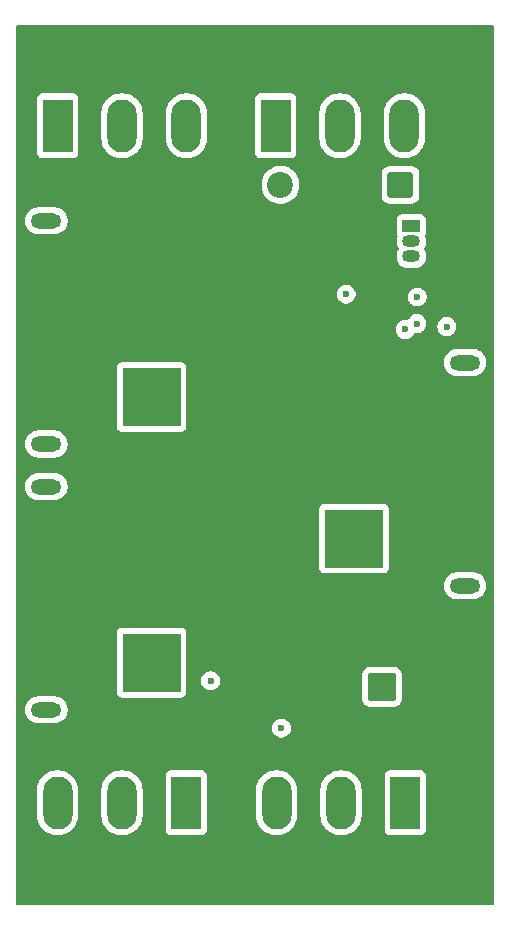
<source format=gbr>
%TF.GenerationSoftware,KiCad,Pcbnew,9.0.3*%
%TF.CreationDate,2025-12-08T06:40:44-06:00*%
%TF.ProjectId,Hotswap,486f7473-7761-4702-9e6b-696361645f70,rev?*%
%TF.SameCoordinates,Original*%
%TF.FileFunction,Copper,L2,Inr*%
%TF.FilePolarity,Positive*%
%FSLAX46Y46*%
G04 Gerber Fmt 4.6, Leading zero omitted, Abs format (unit mm)*
G04 Created by KiCad (PCBNEW 9.0.3) date 2025-12-08 06:40:44*
%MOMM*%
%LPD*%
G01*
G04 APERTURE LIST*
G04 Aperture macros list*
%AMRoundRect*
0 Rectangle with rounded corners*
0 $1 Rounding radius*
0 $2 $3 $4 $5 $6 $7 $8 $9 X,Y pos of 4 corners*
0 Add a 4 corners polygon primitive as box body*
4,1,4,$2,$3,$4,$5,$6,$7,$8,$9,$2,$3,0*
0 Add four circle primitives for the rounded corners*
1,1,$1+$1,$2,$3*
1,1,$1+$1,$4,$5*
1,1,$1+$1,$6,$7*
1,1,$1+$1,$8,$9*
0 Add four rect primitives between the rounded corners*
20,1,$1+$1,$2,$3,$4,$5,0*
20,1,$1+$1,$4,$5,$6,$7,0*
20,1,$1+$1,$6,$7,$8,$9,0*
20,1,$1+$1,$8,$9,$2,$3,0*%
G04 Aperture macros list end*
%TA.AperFunction,ComponentPad*%
%ADD10R,2.500000X4.500000*%
%TD*%
%TA.AperFunction,ComponentPad*%
%ADD11O,2.500000X4.500000*%
%TD*%
%TA.AperFunction,ComponentPad*%
%ADD12C,4.916000*%
%TD*%
%TA.AperFunction,ComponentPad*%
%ADD13O,2.600000X1.300000*%
%TD*%
%TA.AperFunction,ComponentPad*%
%ADD14R,4.916000X4.916000*%
%TD*%
%TA.AperFunction,ComponentPad*%
%ADD15R,1.500000X1.050000*%
%TD*%
%TA.AperFunction,ComponentPad*%
%ADD16O,1.500000X1.050000*%
%TD*%
%TA.AperFunction,ComponentPad*%
%ADD17RoundRect,0.250001X-0.949999X-0.949999X0.949999X-0.949999X0.949999X0.949999X-0.949999X0.949999X0*%
%TD*%
%TA.AperFunction,ComponentPad*%
%ADD18C,2.400000*%
%TD*%
%TA.AperFunction,ComponentPad*%
%ADD19RoundRect,0.249999X0.850001X0.850001X-0.850001X0.850001X-0.850001X-0.850001X0.850001X-0.850001X0*%
%TD*%
%TA.AperFunction,ComponentPad*%
%ADD20C,2.200000*%
%TD*%
%TA.AperFunction,ViaPad*%
%ADD21C,0.600000*%
%TD*%
G04 APERTURE END LIST*
D10*
%TO.N,Net-(Q2-G)*%
%TO.C,Q2*%
X59950000Y-84815000D03*
D11*
%TO.N,Net-(Q2-D)*%
X54500000Y-84815000D03*
%TO.N,Net-(J1-POS)*%
X49050000Y-84815000D03*
%TD*%
D10*
%TO.N,Net-(Q8-G)*%
%TO.C,Q8*%
X49050000Y-27500000D03*
D11*
%TO.N,Net-(Q8-D)*%
X54500000Y-27500000D03*
%TO.N,Net-(J2-POS)*%
X59950000Y-27500000D03*
%TD*%
D12*
%TO.N,GND*%
%TO.C,J1*%
X57000000Y-62050000D03*
D13*
%TO.N,unconnected-(J1-PadNC)*%
X48100000Y-58050000D03*
%TO.N,unconnected-(J1-PadNC)_1*%
X48100000Y-76950000D03*
D14*
%TO.N,Net-(J1-POS)*%
X57000000Y-72950000D03*
%TD*%
D12*
%TO.N,GND*%
%TO.C,J3*%
X74150000Y-51550000D03*
D13*
%TO.N,unconnected-(J3-PadNC)*%
X83550000Y-66450000D03*
%TO.N,unconnected-(J3-PadNC)_1*%
X83550000Y-47550000D03*
D14*
%TO.N,VBUS*%
X74150000Y-62450000D03*
%TD*%
D12*
%TO.N,GND*%
%TO.C,J2*%
X57000000Y-39550000D03*
D13*
%TO.N,unconnected-(J2-PadNC)*%
X48100000Y-35550000D03*
%TO.N,unconnected-(J2-PadNC)_1*%
X48100000Y-54450000D03*
D14*
%TO.N,Net-(J2-POS)*%
X57000000Y-50450000D03*
%TD*%
D10*
%TO.N,Net-(Q4-G)*%
%TO.C,Q4*%
X78500000Y-84815000D03*
D11*
%TO.N,Net-(Q2-D)*%
X73050000Y-84815000D03*
%TO.N,VBUS*%
X67600000Y-84815000D03*
%TD*%
D15*
%TO.N,Net-(D3-A)*%
%TO.C,Q11*%
X79000000Y-36000000D03*
D16*
%TO.N,Net-(D3-K)*%
X79000000Y-37270000D03*
%TO.N,Net-(Q11-C)*%
X79000000Y-38540000D03*
%TD*%
D17*
%TO.N,VBUS*%
%TO.C,C10*%
X76500000Y-75000000D03*
D18*
%TO.N,GND*%
X81500000Y-75000000D03*
%TD*%
D10*
%TO.N,Net-(D3-A)*%
%TO.C,Q9*%
X67500000Y-27500000D03*
D11*
%TO.N,Net-(Q8-D)*%
X72950000Y-27500000D03*
%TO.N,VBUS*%
X78400000Y-27500000D03*
%TD*%
D19*
%TO.N,Net-(D3-K)*%
%TO.C,D3*%
X78080000Y-32500000D03*
D20*
%TO.N,Net-(D3-A)*%
X67920000Y-32500000D03*
%TD*%
D21*
%TO.N,GND*%
X70500000Y-42500000D03*
X66000000Y-79000000D03*
X62000000Y-77000000D03*
X75562500Y-40337500D03*
%TO.N,Net-(J2-POS)*%
X79475000Y-44250000D03*
%TO.N,Net-(J1-POS)*%
X82000000Y-44500000D03*
X79500000Y-42000000D03*
%TO.N,VBUS*%
X73475000Y-41750000D03*
X68000000Y-78500000D03*
%TO.N,Net-(Q2-G)*%
X62000000Y-74500000D03*
%TO.N,Net-(Q8-G)*%
X78475000Y-44750000D03*
%TD*%
%TA.AperFunction,Conductor*%
%TO.N,GND*%
G36*
X85942539Y-19020185D02*
G01*
X85988294Y-19072989D01*
X85999500Y-19124500D01*
X85999500Y-93375500D01*
X85979815Y-93442539D01*
X85927011Y-93488294D01*
X85875500Y-93499500D01*
X45624500Y-93499500D01*
X45557461Y-93479815D01*
X45511706Y-93427011D01*
X45500500Y-93375500D01*
X45500500Y-83700258D01*
X47299500Y-83700258D01*
X47299500Y-85929741D01*
X47324446Y-86119215D01*
X47329452Y-86157238D01*
X47329453Y-86157240D01*
X47388842Y-86378887D01*
X47476650Y-86590876D01*
X47476657Y-86590890D01*
X47591392Y-86789617D01*
X47731081Y-86971661D01*
X47731089Y-86971670D01*
X47893330Y-87133911D01*
X47893338Y-87133918D01*
X48075382Y-87273607D01*
X48075385Y-87273608D01*
X48075388Y-87273611D01*
X48274112Y-87388344D01*
X48274117Y-87388346D01*
X48274123Y-87388349D01*
X48356678Y-87422544D01*
X48486113Y-87476158D01*
X48707762Y-87535548D01*
X48924312Y-87564057D01*
X48935250Y-87565498D01*
X48935266Y-87565500D01*
X48935273Y-87565500D01*
X49164727Y-87565500D01*
X49164734Y-87565500D01*
X49392238Y-87535548D01*
X49613887Y-87476158D01*
X49825888Y-87388344D01*
X50024612Y-87273611D01*
X50206661Y-87133919D01*
X50206665Y-87133914D01*
X50206670Y-87133911D01*
X50368911Y-86971670D01*
X50368914Y-86971665D01*
X50368919Y-86971661D01*
X50508611Y-86789612D01*
X50623344Y-86590888D01*
X50711158Y-86378887D01*
X50770548Y-86157238D01*
X50800500Y-85929734D01*
X50800500Y-83700266D01*
X50800499Y-83700258D01*
X52749500Y-83700258D01*
X52749500Y-85929741D01*
X52774446Y-86119215D01*
X52779452Y-86157238D01*
X52779453Y-86157240D01*
X52838842Y-86378887D01*
X52926650Y-86590876D01*
X52926657Y-86590890D01*
X53041392Y-86789617D01*
X53181081Y-86971661D01*
X53181089Y-86971670D01*
X53343330Y-87133911D01*
X53343338Y-87133918D01*
X53525382Y-87273607D01*
X53525385Y-87273608D01*
X53525388Y-87273611D01*
X53724112Y-87388344D01*
X53724117Y-87388346D01*
X53724123Y-87388349D01*
X53806678Y-87422544D01*
X53936113Y-87476158D01*
X54157762Y-87535548D01*
X54374312Y-87564057D01*
X54385250Y-87565498D01*
X54385266Y-87565500D01*
X54385273Y-87565500D01*
X54614727Y-87565500D01*
X54614734Y-87565500D01*
X54842238Y-87535548D01*
X55063887Y-87476158D01*
X55275888Y-87388344D01*
X55474612Y-87273611D01*
X55656661Y-87133919D01*
X55656665Y-87133914D01*
X55656670Y-87133911D01*
X55818911Y-86971670D01*
X55818914Y-86971665D01*
X55818919Y-86971661D01*
X55958611Y-86789612D01*
X56073344Y-86590888D01*
X56161158Y-86378887D01*
X56220548Y-86157238D01*
X56250500Y-85929734D01*
X56250500Y-83700266D01*
X56220548Y-83472762D01*
X56161158Y-83251113D01*
X56073344Y-83039112D01*
X55958611Y-82840388D01*
X55958608Y-82840385D01*
X55958607Y-82840382D01*
X55818918Y-82658338D01*
X55818911Y-82658330D01*
X55677716Y-82517135D01*
X58199500Y-82517135D01*
X58199500Y-87112870D01*
X58199501Y-87112876D01*
X58205908Y-87172483D01*
X58256202Y-87307328D01*
X58256206Y-87307335D01*
X58342452Y-87422544D01*
X58342455Y-87422547D01*
X58457664Y-87508793D01*
X58457671Y-87508797D01*
X58592517Y-87559091D01*
X58592516Y-87559091D01*
X58599444Y-87559835D01*
X58652127Y-87565500D01*
X61247872Y-87565499D01*
X61307483Y-87559091D01*
X61442331Y-87508796D01*
X61557546Y-87422546D01*
X61643796Y-87307331D01*
X61694091Y-87172483D01*
X61700500Y-87112873D01*
X61700499Y-83700258D01*
X65849500Y-83700258D01*
X65849500Y-85929741D01*
X65874446Y-86119215D01*
X65879452Y-86157238D01*
X65879453Y-86157240D01*
X65938842Y-86378887D01*
X66026650Y-86590876D01*
X66026657Y-86590890D01*
X66141392Y-86789617D01*
X66281081Y-86971661D01*
X66281089Y-86971670D01*
X66443330Y-87133911D01*
X66443338Y-87133918D01*
X66625382Y-87273607D01*
X66625385Y-87273608D01*
X66625388Y-87273611D01*
X66824112Y-87388344D01*
X66824117Y-87388346D01*
X66824123Y-87388349D01*
X66906678Y-87422544D01*
X67036113Y-87476158D01*
X67257762Y-87535548D01*
X67474312Y-87564057D01*
X67485250Y-87565498D01*
X67485266Y-87565500D01*
X67485273Y-87565500D01*
X67714727Y-87565500D01*
X67714734Y-87565500D01*
X67942238Y-87535548D01*
X68163887Y-87476158D01*
X68375888Y-87388344D01*
X68574612Y-87273611D01*
X68756661Y-87133919D01*
X68756665Y-87133914D01*
X68756670Y-87133911D01*
X68918911Y-86971670D01*
X68918914Y-86971665D01*
X68918919Y-86971661D01*
X69058611Y-86789612D01*
X69173344Y-86590888D01*
X69261158Y-86378887D01*
X69320548Y-86157238D01*
X69350500Y-85929734D01*
X69350500Y-83700266D01*
X69350499Y-83700258D01*
X71299500Y-83700258D01*
X71299500Y-85929741D01*
X71324446Y-86119215D01*
X71329452Y-86157238D01*
X71329453Y-86157240D01*
X71388842Y-86378887D01*
X71476650Y-86590876D01*
X71476657Y-86590890D01*
X71591392Y-86789617D01*
X71731081Y-86971661D01*
X71731089Y-86971670D01*
X71893330Y-87133911D01*
X71893338Y-87133918D01*
X72075382Y-87273607D01*
X72075385Y-87273608D01*
X72075388Y-87273611D01*
X72274112Y-87388344D01*
X72274117Y-87388346D01*
X72274123Y-87388349D01*
X72356678Y-87422544D01*
X72486113Y-87476158D01*
X72707762Y-87535548D01*
X72924312Y-87564057D01*
X72935250Y-87565498D01*
X72935266Y-87565500D01*
X72935273Y-87565500D01*
X73164727Y-87565500D01*
X73164734Y-87565500D01*
X73392238Y-87535548D01*
X73613887Y-87476158D01*
X73825888Y-87388344D01*
X74024612Y-87273611D01*
X74206661Y-87133919D01*
X74206665Y-87133914D01*
X74206670Y-87133911D01*
X74368911Y-86971670D01*
X74368914Y-86971665D01*
X74368919Y-86971661D01*
X74508611Y-86789612D01*
X74623344Y-86590888D01*
X74711158Y-86378887D01*
X74770548Y-86157238D01*
X74800500Y-85929734D01*
X74800500Y-83700266D01*
X74770548Y-83472762D01*
X74711158Y-83251113D01*
X74623344Y-83039112D01*
X74508611Y-82840388D01*
X74508608Y-82840385D01*
X74508607Y-82840382D01*
X74368918Y-82658338D01*
X74368911Y-82658330D01*
X74227716Y-82517135D01*
X76749500Y-82517135D01*
X76749500Y-87112870D01*
X76749501Y-87112876D01*
X76755908Y-87172483D01*
X76806202Y-87307328D01*
X76806206Y-87307335D01*
X76892452Y-87422544D01*
X76892455Y-87422547D01*
X77007664Y-87508793D01*
X77007671Y-87508797D01*
X77142517Y-87559091D01*
X77142516Y-87559091D01*
X77149444Y-87559835D01*
X77202127Y-87565500D01*
X79797872Y-87565499D01*
X79857483Y-87559091D01*
X79992331Y-87508796D01*
X80107546Y-87422546D01*
X80193796Y-87307331D01*
X80244091Y-87172483D01*
X80250500Y-87112873D01*
X80250499Y-82517128D01*
X80244091Y-82457517D01*
X80193796Y-82322669D01*
X80193795Y-82322668D01*
X80193793Y-82322664D01*
X80107547Y-82207455D01*
X80107544Y-82207452D01*
X79992335Y-82121206D01*
X79992328Y-82121202D01*
X79857482Y-82070908D01*
X79857483Y-82070908D01*
X79797883Y-82064501D01*
X79797881Y-82064500D01*
X79797873Y-82064500D01*
X79797864Y-82064500D01*
X77202129Y-82064500D01*
X77202123Y-82064501D01*
X77142516Y-82070908D01*
X77007671Y-82121202D01*
X77007664Y-82121206D01*
X76892455Y-82207452D01*
X76892452Y-82207455D01*
X76806206Y-82322664D01*
X76806202Y-82322671D01*
X76755908Y-82457517D01*
X76749501Y-82517116D01*
X76749501Y-82517123D01*
X76749500Y-82517135D01*
X74227716Y-82517135D01*
X74206670Y-82496089D01*
X74206661Y-82496081D01*
X74024617Y-82356392D01*
X73966210Y-82322671D01*
X73825888Y-82241656D01*
X73825876Y-82241650D01*
X73613887Y-82153842D01*
X73392238Y-82094452D01*
X73354215Y-82089446D01*
X73164741Y-82064500D01*
X73164734Y-82064500D01*
X72935266Y-82064500D01*
X72935258Y-82064500D01*
X72718715Y-82093009D01*
X72707762Y-82094452D01*
X72614076Y-82119554D01*
X72486112Y-82153842D01*
X72274123Y-82241650D01*
X72274109Y-82241657D01*
X72075382Y-82356392D01*
X71893338Y-82496081D01*
X71731081Y-82658338D01*
X71591392Y-82840382D01*
X71476657Y-83039109D01*
X71476650Y-83039123D01*
X71388842Y-83251112D01*
X71329453Y-83472759D01*
X71329451Y-83472770D01*
X71299500Y-83700258D01*
X69350499Y-83700258D01*
X69320548Y-83472762D01*
X69261158Y-83251113D01*
X69173344Y-83039112D01*
X69058611Y-82840388D01*
X69058608Y-82840385D01*
X69058607Y-82840382D01*
X68918918Y-82658338D01*
X68918911Y-82658330D01*
X68756670Y-82496089D01*
X68756661Y-82496081D01*
X68574617Y-82356392D01*
X68516210Y-82322671D01*
X68375888Y-82241656D01*
X68375876Y-82241650D01*
X68163887Y-82153842D01*
X67942238Y-82094452D01*
X67904215Y-82089446D01*
X67714741Y-82064500D01*
X67714734Y-82064500D01*
X67485266Y-82064500D01*
X67485258Y-82064500D01*
X67268715Y-82093009D01*
X67257762Y-82094452D01*
X67164076Y-82119554D01*
X67036112Y-82153842D01*
X66824123Y-82241650D01*
X66824109Y-82241657D01*
X66625382Y-82356392D01*
X66443338Y-82496081D01*
X66281081Y-82658338D01*
X66141392Y-82840382D01*
X66026657Y-83039109D01*
X66026650Y-83039123D01*
X65938842Y-83251112D01*
X65879453Y-83472759D01*
X65879451Y-83472770D01*
X65849500Y-83700258D01*
X61700499Y-83700258D01*
X61700499Y-82517128D01*
X61694091Y-82457517D01*
X61643796Y-82322669D01*
X61643795Y-82322668D01*
X61643793Y-82322664D01*
X61557547Y-82207455D01*
X61557544Y-82207452D01*
X61442335Y-82121206D01*
X61442328Y-82121202D01*
X61307482Y-82070908D01*
X61307483Y-82070908D01*
X61247883Y-82064501D01*
X61247881Y-82064500D01*
X61247873Y-82064500D01*
X61247864Y-82064500D01*
X58652129Y-82064500D01*
X58652123Y-82064501D01*
X58592516Y-82070908D01*
X58457671Y-82121202D01*
X58457664Y-82121206D01*
X58342455Y-82207452D01*
X58342452Y-82207455D01*
X58256206Y-82322664D01*
X58256202Y-82322671D01*
X58205908Y-82457517D01*
X58199501Y-82517116D01*
X58199501Y-82517123D01*
X58199500Y-82517135D01*
X55677716Y-82517135D01*
X55656670Y-82496089D01*
X55656661Y-82496081D01*
X55474617Y-82356392D01*
X55416210Y-82322671D01*
X55275888Y-82241656D01*
X55275876Y-82241650D01*
X55063887Y-82153842D01*
X54842238Y-82094452D01*
X54804215Y-82089446D01*
X54614741Y-82064500D01*
X54614734Y-82064500D01*
X54385266Y-82064500D01*
X54385258Y-82064500D01*
X54168715Y-82093009D01*
X54157762Y-82094452D01*
X54064076Y-82119554D01*
X53936112Y-82153842D01*
X53724123Y-82241650D01*
X53724109Y-82241657D01*
X53525382Y-82356392D01*
X53343338Y-82496081D01*
X53181081Y-82658338D01*
X53041392Y-82840382D01*
X52926657Y-83039109D01*
X52926650Y-83039123D01*
X52838842Y-83251112D01*
X52779453Y-83472759D01*
X52779451Y-83472770D01*
X52749500Y-83700258D01*
X50800499Y-83700258D01*
X50770548Y-83472762D01*
X50711158Y-83251113D01*
X50623344Y-83039112D01*
X50508611Y-82840388D01*
X50508608Y-82840385D01*
X50508607Y-82840382D01*
X50368918Y-82658338D01*
X50368911Y-82658330D01*
X50206670Y-82496089D01*
X50206661Y-82496081D01*
X50024617Y-82356392D01*
X49966210Y-82322671D01*
X49825888Y-82241656D01*
X49825876Y-82241650D01*
X49613887Y-82153842D01*
X49392238Y-82094452D01*
X49354215Y-82089446D01*
X49164741Y-82064500D01*
X49164734Y-82064500D01*
X48935266Y-82064500D01*
X48935258Y-82064500D01*
X48718715Y-82093009D01*
X48707762Y-82094452D01*
X48614076Y-82119554D01*
X48486112Y-82153842D01*
X48274123Y-82241650D01*
X48274109Y-82241657D01*
X48075382Y-82356392D01*
X47893338Y-82496081D01*
X47731081Y-82658338D01*
X47591392Y-82840382D01*
X47476657Y-83039109D01*
X47476650Y-83039123D01*
X47388842Y-83251112D01*
X47329453Y-83472759D01*
X47329451Y-83472770D01*
X47299500Y-83700258D01*
X45500500Y-83700258D01*
X45500500Y-78421153D01*
X67199500Y-78421153D01*
X67199500Y-78578846D01*
X67230261Y-78733489D01*
X67230264Y-78733501D01*
X67290602Y-78879172D01*
X67290609Y-78879185D01*
X67378210Y-79010288D01*
X67378213Y-79010292D01*
X67489707Y-79121786D01*
X67489711Y-79121789D01*
X67620814Y-79209390D01*
X67620827Y-79209397D01*
X67766498Y-79269735D01*
X67766503Y-79269737D01*
X67921153Y-79300499D01*
X67921156Y-79300500D01*
X67921158Y-79300500D01*
X68078844Y-79300500D01*
X68078845Y-79300499D01*
X68233497Y-79269737D01*
X68379179Y-79209394D01*
X68510289Y-79121789D01*
X68621789Y-79010289D01*
X68709394Y-78879179D01*
X68769737Y-78733497D01*
X68800500Y-78578842D01*
X68800500Y-78421158D01*
X68800500Y-78421155D01*
X68800499Y-78421153D01*
X68769738Y-78266510D01*
X68769737Y-78266503D01*
X68769735Y-78266498D01*
X68709397Y-78120827D01*
X68709390Y-78120814D01*
X68621789Y-77989711D01*
X68621786Y-77989707D01*
X68510292Y-77878213D01*
X68510288Y-77878210D01*
X68379185Y-77790609D01*
X68379172Y-77790602D01*
X68233501Y-77730264D01*
X68233489Y-77730261D01*
X68078845Y-77699500D01*
X68078842Y-77699500D01*
X67921158Y-77699500D01*
X67921155Y-77699500D01*
X67766510Y-77730261D01*
X67766498Y-77730264D01*
X67620827Y-77790602D01*
X67620814Y-77790609D01*
X67489711Y-77878210D01*
X67489707Y-77878213D01*
X67378213Y-77989707D01*
X67378210Y-77989711D01*
X67290609Y-78120814D01*
X67290602Y-78120827D01*
X67230264Y-78266498D01*
X67230261Y-78266510D01*
X67199500Y-78421153D01*
X45500500Y-78421153D01*
X45500500Y-76859448D01*
X46299500Y-76859448D01*
X46299500Y-77040551D01*
X46327829Y-77219410D01*
X46383787Y-77391636D01*
X46383788Y-77391639D01*
X46466006Y-77552997D01*
X46572441Y-77699494D01*
X46572445Y-77699499D01*
X46700500Y-77827554D01*
X46700505Y-77827558D01*
X46828287Y-77920396D01*
X46847006Y-77933996D01*
X46952484Y-77987740D01*
X47008360Y-78016211D01*
X47008363Y-78016212D01*
X47094476Y-78044191D01*
X47180591Y-78072171D01*
X47263429Y-78085291D01*
X47359449Y-78100500D01*
X47359454Y-78100500D01*
X48840551Y-78100500D01*
X48927259Y-78086765D01*
X49019409Y-78072171D01*
X49191639Y-78016211D01*
X49352994Y-77933996D01*
X49499501Y-77827553D01*
X49627553Y-77699501D01*
X49733996Y-77552994D01*
X49816211Y-77391639D01*
X49872171Y-77219409D01*
X49886765Y-77127259D01*
X49900500Y-77040551D01*
X49900500Y-76859448D01*
X49875324Y-76700499D01*
X49872171Y-76680591D01*
X49844191Y-76594476D01*
X49816212Y-76508363D01*
X49816211Y-76508360D01*
X49770501Y-76418651D01*
X49733996Y-76347006D01*
X49720396Y-76328287D01*
X49627558Y-76200505D01*
X49627554Y-76200500D01*
X49499499Y-76072445D01*
X49499494Y-76072441D01*
X49352997Y-75966006D01*
X49352996Y-75966005D01*
X49352994Y-75966004D01*
X49301300Y-75939664D01*
X49191639Y-75883788D01*
X49191636Y-75883787D01*
X49019410Y-75827829D01*
X48840551Y-75799500D01*
X48840546Y-75799500D01*
X47359454Y-75799500D01*
X47359449Y-75799500D01*
X47180589Y-75827829D01*
X47008363Y-75883787D01*
X47008360Y-75883788D01*
X46847002Y-75966006D01*
X46700505Y-76072441D01*
X46700500Y-76072445D01*
X46572445Y-76200500D01*
X46572441Y-76200505D01*
X46466006Y-76347002D01*
X46383788Y-76508360D01*
X46383787Y-76508363D01*
X46327829Y-76680589D01*
X46299500Y-76859448D01*
X45500500Y-76859448D01*
X45500500Y-70444135D01*
X54041500Y-70444135D01*
X54041500Y-75455870D01*
X54041501Y-75455876D01*
X54047908Y-75515483D01*
X54098202Y-75650328D01*
X54098206Y-75650335D01*
X54184452Y-75765544D01*
X54184455Y-75765547D01*
X54299664Y-75851793D01*
X54299671Y-75851797D01*
X54434517Y-75902091D01*
X54434516Y-75902091D01*
X54441444Y-75902835D01*
X54494127Y-75908500D01*
X59505872Y-75908499D01*
X59565483Y-75902091D01*
X59700331Y-75851796D01*
X59815546Y-75765546D01*
X59901796Y-75650331D01*
X59952091Y-75515483D01*
X59958500Y-75455873D01*
X59958500Y-74421153D01*
X61199500Y-74421153D01*
X61199500Y-74578846D01*
X61230261Y-74733489D01*
X61230264Y-74733501D01*
X61290602Y-74879172D01*
X61290609Y-74879185D01*
X61378210Y-75010288D01*
X61378213Y-75010292D01*
X61489707Y-75121786D01*
X61489711Y-75121789D01*
X61620814Y-75209390D01*
X61620827Y-75209397D01*
X61766498Y-75269735D01*
X61766503Y-75269737D01*
X61921153Y-75300499D01*
X61921156Y-75300500D01*
X61921158Y-75300500D01*
X62078844Y-75300500D01*
X62078845Y-75300499D01*
X62233497Y-75269737D01*
X62379179Y-75209394D01*
X62510289Y-75121789D01*
X62621789Y-75010289D01*
X62709394Y-74879179D01*
X62769737Y-74733497D01*
X62800500Y-74578842D01*
X62800500Y-74421158D01*
X62800500Y-74421155D01*
X62800499Y-74421153D01*
X62769738Y-74266510D01*
X62769737Y-74266503D01*
X62769735Y-74266498D01*
X62709397Y-74120827D01*
X62709390Y-74120814D01*
X62672581Y-74065726D01*
X62628653Y-73999984D01*
X74799500Y-73999984D01*
X74799500Y-76000015D01*
X74810000Y-76102795D01*
X74810001Y-76102796D01*
X74865186Y-76269335D01*
X74865187Y-76269337D01*
X74957286Y-76418651D01*
X74957289Y-76418655D01*
X75081344Y-76542710D01*
X75081348Y-76542713D01*
X75230662Y-76634812D01*
X75230664Y-76634813D01*
X75230666Y-76634814D01*
X75397203Y-76689999D01*
X75499992Y-76700500D01*
X75499997Y-76700500D01*
X77500003Y-76700500D01*
X77500008Y-76700500D01*
X77602797Y-76689999D01*
X77769334Y-76634814D01*
X77918655Y-76542711D01*
X78042711Y-76418655D01*
X78134814Y-76269334D01*
X78189999Y-76102797D01*
X78200500Y-76000008D01*
X78200500Y-73999992D01*
X78189999Y-73897203D01*
X78134814Y-73730666D01*
X78134566Y-73730264D01*
X78042713Y-73581348D01*
X78042710Y-73581344D01*
X77918655Y-73457289D01*
X77918651Y-73457286D01*
X77769337Y-73365187D01*
X77769335Y-73365186D01*
X77686065Y-73337593D01*
X77602797Y-73310001D01*
X77602795Y-73310000D01*
X77500015Y-73299500D01*
X77500008Y-73299500D01*
X75499992Y-73299500D01*
X75499984Y-73299500D01*
X75397204Y-73310000D01*
X75397203Y-73310001D01*
X75230664Y-73365186D01*
X75230662Y-73365187D01*
X75081348Y-73457286D01*
X75081344Y-73457289D01*
X74957289Y-73581344D01*
X74957286Y-73581348D01*
X74865187Y-73730662D01*
X74865186Y-73730664D01*
X74810001Y-73897203D01*
X74810000Y-73897204D01*
X74799500Y-73999984D01*
X62628653Y-73999984D01*
X62621789Y-73989711D01*
X62621786Y-73989707D01*
X62510292Y-73878213D01*
X62510288Y-73878210D01*
X62379185Y-73790609D01*
X62379172Y-73790602D01*
X62233501Y-73730264D01*
X62233489Y-73730261D01*
X62078845Y-73699500D01*
X62078842Y-73699500D01*
X61921158Y-73699500D01*
X61921155Y-73699500D01*
X61766510Y-73730261D01*
X61766498Y-73730264D01*
X61620827Y-73790602D01*
X61620814Y-73790609D01*
X61489711Y-73878210D01*
X61489707Y-73878213D01*
X61378213Y-73989707D01*
X61378210Y-73989711D01*
X61290609Y-74120814D01*
X61290602Y-74120827D01*
X61230264Y-74266498D01*
X61230261Y-74266510D01*
X61199500Y-74421153D01*
X59958500Y-74421153D01*
X59958499Y-70444128D01*
X59952091Y-70384517D01*
X59901796Y-70249669D01*
X59901795Y-70249668D01*
X59901793Y-70249664D01*
X59815547Y-70134455D01*
X59815544Y-70134452D01*
X59700335Y-70048206D01*
X59700328Y-70048202D01*
X59565482Y-69997908D01*
X59565483Y-69997908D01*
X59505883Y-69991501D01*
X59505881Y-69991500D01*
X59505873Y-69991500D01*
X59505864Y-69991500D01*
X54494129Y-69991500D01*
X54494123Y-69991501D01*
X54434516Y-69997908D01*
X54299671Y-70048202D01*
X54299664Y-70048206D01*
X54184455Y-70134452D01*
X54184452Y-70134455D01*
X54098206Y-70249664D01*
X54098202Y-70249671D01*
X54047908Y-70384517D01*
X54041501Y-70444116D01*
X54041501Y-70444123D01*
X54041500Y-70444135D01*
X45500500Y-70444135D01*
X45500500Y-66359448D01*
X81749500Y-66359448D01*
X81749500Y-66540551D01*
X81777829Y-66719410D01*
X81833787Y-66891636D01*
X81833788Y-66891639D01*
X81916006Y-67052997D01*
X82022441Y-67199494D01*
X82022445Y-67199499D01*
X82150500Y-67327554D01*
X82150505Y-67327558D01*
X82278287Y-67420396D01*
X82297006Y-67433996D01*
X82402484Y-67487740D01*
X82458360Y-67516211D01*
X82458363Y-67516212D01*
X82544476Y-67544191D01*
X82630591Y-67572171D01*
X82713429Y-67585291D01*
X82809449Y-67600500D01*
X82809454Y-67600500D01*
X84290551Y-67600500D01*
X84377259Y-67586765D01*
X84469409Y-67572171D01*
X84641639Y-67516211D01*
X84802994Y-67433996D01*
X84949501Y-67327553D01*
X85077553Y-67199501D01*
X85183996Y-67052994D01*
X85266211Y-66891639D01*
X85322171Y-66719409D01*
X85336765Y-66627259D01*
X85350500Y-66540551D01*
X85350500Y-66359448D01*
X85334019Y-66255397D01*
X85322171Y-66180591D01*
X85266211Y-66008361D01*
X85266211Y-66008360D01*
X85237740Y-65952484D01*
X85183996Y-65847006D01*
X85170396Y-65828287D01*
X85077558Y-65700505D01*
X85077554Y-65700500D01*
X84949499Y-65572445D01*
X84949494Y-65572441D01*
X84802997Y-65466006D01*
X84802996Y-65466005D01*
X84802994Y-65466004D01*
X84751300Y-65439664D01*
X84641639Y-65383788D01*
X84641636Y-65383787D01*
X84469410Y-65327829D01*
X84290551Y-65299500D01*
X84290546Y-65299500D01*
X82809454Y-65299500D01*
X82809449Y-65299500D01*
X82630589Y-65327829D01*
X82458363Y-65383787D01*
X82458360Y-65383788D01*
X82297002Y-65466006D01*
X82150505Y-65572441D01*
X82150500Y-65572445D01*
X82022445Y-65700500D01*
X82022441Y-65700505D01*
X81916006Y-65847002D01*
X81833788Y-66008360D01*
X81833787Y-66008363D01*
X81777829Y-66180589D01*
X81749500Y-66359448D01*
X45500500Y-66359448D01*
X45500500Y-59944135D01*
X71191500Y-59944135D01*
X71191500Y-64955870D01*
X71191501Y-64955876D01*
X71197908Y-65015483D01*
X71248202Y-65150328D01*
X71248206Y-65150335D01*
X71334452Y-65265544D01*
X71334455Y-65265547D01*
X71449664Y-65351793D01*
X71449671Y-65351797D01*
X71584517Y-65402091D01*
X71584516Y-65402091D01*
X71591444Y-65402835D01*
X71644127Y-65408500D01*
X76655872Y-65408499D01*
X76715483Y-65402091D01*
X76850331Y-65351796D01*
X76965546Y-65265546D01*
X77051796Y-65150331D01*
X77102091Y-65015483D01*
X77108500Y-64955873D01*
X77108499Y-59944128D01*
X77102091Y-59884517D01*
X77051796Y-59749669D01*
X77051795Y-59749668D01*
X77051793Y-59749664D01*
X76965547Y-59634455D01*
X76965544Y-59634452D01*
X76850335Y-59548206D01*
X76850328Y-59548202D01*
X76715482Y-59497908D01*
X76715483Y-59497908D01*
X76655883Y-59491501D01*
X76655881Y-59491500D01*
X76655873Y-59491500D01*
X76655864Y-59491500D01*
X71644129Y-59491500D01*
X71644123Y-59491501D01*
X71584516Y-59497908D01*
X71449671Y-59548202D01*
X71449664Y-59548206D01*
X71334455Y-59634452D01*
X71334452Y-59634455D01*
X71248206Y-59749664D01*
X71248202Y-59749671D01*
X71197908Y-59884517D01*
X71191501Y-59944116D01*
X71191501Y-59944123D01*
X71191500Y-59944135D01*
X45500500Y-59944135D01*
X45500500Y-57959448D01*
X46299500Y-57959448D01*
X46299500Y-58140551D01*
X46327829Y-58319410D01*
X46383787Y-58491636D01*
X46383788Y-58491639D01*
X46466006Y-58652997D01*
X46572441Y-58799494D01*
X46572445Y-58799499D01*
X46700500Y-58927554D01*
X46700505Y-58927558D01*
X46828287Y-59020396D01*
X46847006Y-59033996D01*
X46952484Y-59087740D01*
X47008360Y-59116211D01*
X47008363Y-59116212D01*
X47094476Y-59144191D01*
X47180591Y-59172171D01*
X47263429Y-59185291D01*
X47359449Y-59200500D01*
X47359454Y-59200500D01*
X48840551Y-59200500D01*
X48927259Y-59186765D01*
X49019409Y-59172171D01*
X49191639Y-59116211D01*
X49352994Y-59033996D01*
X49499501Y-58927553D01*
X49627553Y-58799501D01*
X49733996Y-58652994D01*
X49816211Y-58491639D01*
X49872171Y-58319409D01*
X49886765Y-58227259D01*
X49900500Y-58140551D01*
X49900500Y-57959448D01*
X49884019Y-57855397D01*
X49872171Y-57780591D01*
X49816211Y-57608361D01*
X49816211Y-57608360D01*
X49787740Y-57552484D01*
X49733996Y-57447006D01*
X49720396Y-57428287D01*
X49627558Y-57300505D01*
X49627554Y-57300500D01*
X49499499Y-57172445D01*
X49499494Y-57172441D01*
X49352997Y-57066006D01*
X49352996Y-57066005D01*
X49352994Y-57066004D01*
X49301300Y-57039664D01*
X49191639Y-56983788D01*
X49191636Y-56983787D01*
X49019410Y-56927829D01*
X48840551Y-56899500D01*
X48840546Y-56899500D01*
X47359454Y-56899500D01*
X47359449Y-56899500D01*
X47180589Y-56927829D01*
X47008363Y-56983787D01*
X47008360Y-56983788D01*
X46847002Y-57066006D01*
X46700505Y-57172441D01*
X46700500Y-57172445D01*
X46572445Y-57300500D01*
X46572441Y-57300505D01*
X46466006Y-57447002D01*
X46383788Y-57608360D01*
X46383787Y-57608363D01*
X46327829Y-57780589D01*
X46299500Y-57959448D01*
X45500500Y-57959448D01*
X45500500Y-54359448D01*
X46299500Y-54359448D01*
X46299500Y-54540551D01*
X46327829Y-54719410D01*
X46383787Y-54891636D01*
X46383788Y-54891639D01*
X46466006Y-55052997D01*
X46572441Y-55199494D01*
X46572445Y-55199499D01*
X46700500Y-55327554D01*
X46700505Y-55327558D01*
X46828287Y-55420396D01*
X46847006Y-55433996D01*
X46952484Y-55487740D01*
X47008360Y-55516211D01*
X47008363Y-55516212D01*
X47094476Y-55544191D01*
X47180591Y-55572171D01*
X47263429Y-55585291D01*
X47359449Y-55600500D01*
X47359454Y-55600500D01*
X48840551Y-55600500D01*
X48927259Y-55586765D01*
X49019409Y-55572171D01*
X49191639Y-55516211D01*
X49352994Y-55433996D01*
X49499501Y-55327553D01*
X49627553Y-55199501D01*
X49733996Y-55052994D01*
X49816211Y-54891639D01*
X49872171Y-54719409D01*
X49886765Y-54627259D01*
X49900500Y-54540551D01*
X49900500Y-54359448D01*
X49884019Y-54255397D01*
X49872171Y-54180591D01*
X49816211Y-54008361D01*
X49816211Y-54008360D01*
X49787740Y-53952484D01*
X49733996Y-53847006D01*
X49720396Y-53828287D01*
X49627558Y-53700505D01*
X49627554Y-53700500D01*
X49499499Y-53572445D01*
X49499494Y-53572441D01*
X49352997Y-53466006D01*
X49352996Y-53466005D01*
X49352994Y-53466004D01*
X49301300Y-53439664D01*
X49191639Y-53383788D01*
X49191636Y-53383787D01*
X49019410Y-53327829D01*
X48840551Y-53299500D01*
X48840546Y-53299500D01*
X47359454Y-53299500D01*
X47359449Y-53299500D01*
X47180589Y-53327829D01*
X47008363Y-53383787D01*
X47008360Y-53383788D01*
X46847002Y-53466006D01*
X46700505Y-53572441D01*
X46700500Y-53572445D01*
X46572445Y-53700500D01*
X46572441Y-53700505D01*
X46466006Y-53847002D01*
X46383788Y-54008360D01*
X46383787Y-54008363D01*
X46327829Y-54180589D01*
X46299500Y-54359448D01*
X45500500Y-54359448D01*
X45500500Y-47944135D01*
X54041500Y-47944135D01*
X54041500Y-52955870D01*
X54041501Y-52955876D01*
X54047908Y-53015483D01*
X54098202Y-53150328D01*
X54098206Y-53150335D01*
X54184452Y-53265544D01*
X54184455Y-53265547D01*
X54299664Y-53351793D01*
X54299671Y-53351797D01*
X54434517Y-53402091D01*
X54434516Y-53402091D01*
X54441444Y-53402835D01*
X54494127Y-53408500D01*
X59505872Y-53408499D01*
X59565483Y-53402091D01*
X59700331Y-53351796D01*
X59815546Y-53265546D01*
X59901796Y-53150331D01*
X59952091Y-53015483D01*
X59958500Y-52955873D01*
X59958499Y-47944128D01*
X59952091Y-47884517D01*
X59927807Y-47819409D01*
X59901797Y-47749671D01*
X59901793Y-47749664D01*
X59815547Y-47634455D01*
X59707871Y-47553848D01*
X59707870Y-47553846D01*
X59700335Y-47548206D01*
X59700328Y-47548202D01*
X59565482Y-47497908D01*
X59565483Y-47497908D01*
X59505883Y-47491501D01*
X59505881Y-47491500D01*
X59505873Y-47491500D01*
X59505864Y-47491500D01*
X54494129Y-47491500D01*
X54494123Y-47491501D01*
X54434516Y-47497908D01*
X54299671Y-47548202D01*
X54299664Y-47548206D01*
X54184455Y-47634452D01*
X54184452Y-47634455D01*
X54098206Y-47749664D01*
X54098202Y-47749671D01*
X54047908Y-47884517D01*
X54041501Y-47944116D01*
X54041501Y-47944123D01*
X54041500Y-47944135D01*
X45500500Y-47944135D01*
X45500500Y-47459448D01*
X81749500Y-47459448D01*
X81749500Y-47640551D01*
X81777829Y-47819410D01*
X81833787Y-47991636D01*
X81833788Y-47991639D01*
X81916006Y-48152997D01*
X82022441Y-48299494D01*
X82022445Y-48299499D01*
X82150500Y-48427554D01*
X82150505Y-48427558D01*
X82278287Y-48520396D01*
X82297006Y-48533996D01*
X82402484Y-48587740D01*
X82458360Y-48616211D01*
X82458363Y-48616212D01*
X82544476Y-48644191D01*
X82630591Y-48672171D01*
X82713429Y-48685291D01*
X82809449Y-48700500D01*
X82809454Y-48700500D01*
X84290551Y-48700500D01*
X84377259Y-48686765D01*
X84469409Y-48672171D01*
X84641639Y-48616211D01*
X84802994Y-48533996D01*
X84949501Y-48427553D01*
X85077553Y-48299501D01*
X85183996Y-48152994D01*
X85266211Y-47991639D01*
X85322171Y-47819409D01*
X85336765Y-47727259D01*
X85350500Y-47640551D01*
X85350500Y-47459448D01*
X85334019Y-47355397D01*
X85322171Y-47280591D01*
X85266211Y-47108361D01*
X85266211Y-47108360D01*
X85237740Y-47052484D01*
X85183996Y-46947006D01*
X85170396Y-46928287D01*
X85077558Y-46800505D01*
X85077554Y-46800500D01*
X84949499Y-46672445D01*
X84949494Y-46672441D01*
X84802997Y-46566006D01*
X84802996Y-46566005D01*
X84802994Y-46566004D01*
X84751300Y-46539664D01*
X84641639Y-46483788D01*
X84641636Y-46483787D01*
X84469410Y-46427829D01*
X84290551Y-46399500D01*
X84290546Y-46399500D01*
X82809454Y-46399500D01*
X82809449Y-46399500D01*
X82630589Y-46427829D01*
X82458363Y-46483787D01*
X82458360Y-46483788D01*
X82297002Y-46566006D01*
X82150505Y-46672441D01*
X82150500Y-46672445D01*
X82022445Y-46800500D01*
X82022441Y-46800505D01*
X81916006Y-46947002D01*
X81833788Y-47108360D01*
X81833787Y-47108363D01*
X81777829Y-47280589D01*
X81749500Y-47459448D01*
X45500500Y-47459448D01*
X45500500Y-44671153D01*
X77674500Y-44671153D01*
X77674500Y-44828846D01*
X77705261Y-44983489D01*
X77705264Y-44983501D01*
X77765602Y-45129172D01*
X77765609Y-45129185D01*
X77853210Y-45260288D01*
X77853213Y-45260292D01*
X77964707Y-45371786D01*
X77964711Y-45371789D01*
X78095814Y-45459390D01*
X78095827Y-45459397D01*
X78241498Y-45519735D01*
X78241503Y-45519737D01*
X78396153Y-45550499D01*
X78396156Y-45550500D01*
X78396158Y-45550500D01*
X78553844Y-45550500D01*
X78553845Y-45550499D01*
X78708497Y-45519737D01*
X78854179Y-45459394D01*
X78985289Y-45371789D01*
X79096789Y-45260289D01*
X79184394Y-45129179D01*
X79191677Y-45111593D01*
X79235514Y-45057190D01*
X79301807Y-45035122D01*
X79330431Y-45037426D01*
X79396155Y-45050500D01*
X79396158Y-45050500D01*
X79553844Y-45050500D01*
X79553845Y-45050499D01*
X79708497Y-45019737D01*
X79854179Y-44959394D01*
X79985289Y-44871789D01*
X80096789Y-44760289D01*
X80184394Y-44629179D01*
X80244737Y-44483497D01*
X80257138Y-44421153D01*
X81199500Y-44421153D01*
X81199500Y-44578846D01*
X81230261Y-44733489D01*
X81230264Y-44733501D01*
X81290602Y-44879172D01*
X81290609Y-44879185D01*
X81378210Y-45010288D01*
X81378213Y-45010292D01*
X81489707Y-45121786D01*
X81489711Y-45121789D01*
X81620814Y-45209390D01*
X81620827Y-45209397D01*
X81766498Y-45269735D01*
X81766503Y-45269737D01*
X81921153Y-45300499D01*
X81921156Y-45300500D01*
X81921158Y-45300500D01*
X82078844Y-45300500D01*
X82078845Y-45300499D01*
X82233497Y-45269737D01*
X82379179Y-45209394D01*
X82510289Y-45121789D01*
X82621789Y-45010289D01*
X82709394Y-44879179D01*
X82769737Y-44733497D01*
X82800500Y-44578842D01*
X82800500Y-44421158D01*
X82800500Y-44421155D01*
X82800499Y-44421153D01*
X82769738Y-44266510D01*
X82769737Y-44266503D01*
X82769735Y-44266498D01*
X82709397Y-44120827D01*
X82709390Y-44120814D01*
X82621789Y-43989711D01*
X82621786Y-43989707D01*
X82510292Y-43878213D01*
X82510288Y-43878210D01*
X82379185Y-43790609D01*
X82379172Y-43790602D01*
X82233501Y-43730264D01*
X82233489Y-43730261D01*
X82078845Y-43699500D01*
X82078842Y-43699500D01*
X81921158Y-43699500D01*
X81921155Y-43699500D01*
X81766510Y-43730261D01*
X81766498Y-43730264D01*
X81620827Y-43790602D01*
X81620814Y-43790609D01*
X81489711Y-43878210D01*
X81489707Y-43878213D01*
X81378213Y-43989707D01*
X81378210Y-43989711D01*
X81290609Y-44120814D01*
X81290602Y-44120827D01*
X81230264Y-44266498D01*
X81230261Y-44266510D01*
X81199500Y-44421153D01*
X80257138Y-44421153D01*
X80275500Y-44328842D01*
X80275500Y-44171158D01*
X80275500Y-44171155D01*
X80275499Y-44171153D01*
X80249531Y-44040606D01*
X80244737Y-44016503D01*
X80244735Y-44016498D01*
X80184397Y-43870827D01*
X80184390Y-43870814D01*
X80096789Y-43739711D01*
X80096786Y-43739707D01*
X79985292Y-43628213D01*
X79985288Y-43628210D01*
X79854185Y-43540609D01*
X79854172Y-43540602D01*
X79708501Y-43480264D01*
X79708489Y-43480261D01*
X79553845Y-43449500D01*
X79553842Y-43449500D01*
X79396158Y-43449500D01*
X79396155Y-43449500D01*
X79241510Y-43480261D01*
X79241498Y-43480264D01*
X79095827Y-43540602D01*
X79095814Y-43540609D01*
X78964711Y-43628210D01*
X78964707Y-43628213D01*
X78853213Y-43739707D01*
X78853210Y-43739711D01*
X78765609Y-43870814D01*
X78765603Y-43870826D01*
X78758319Y-43888411D01*
X78714477Y-43942814D01*
X78648182Y-43964877D01*
X78619568Y-43962573D01*
X78553846Y-43949500D01*
X78553842Y-43949500D01*
X78396158Y-43949500D01*
X78396155Y-43949500D01*
X78241510Y-43980261D01*
X78241498Y-43980264D01*
X78095827Y-44040602D01*
X78095814Y-44040609D01*
X77964711Y-44128210D01*
X77964707Y-44128213D01*
X77853213Y-44239707D01*
X77853210Y-44239711D01*
X77765609Y-44370814D01*
X77765602Y-44370827D01*
X77705264Y-44516498D01*
X77705261Y-44516510D01*
X77674500Y-44671153D01*
X45500500Y-44671153D01*
X45500500Y-41671153D01*
X72674500Y-41671153D01*
X72674500Y-41828846D01*
X72705261Y-41983489D01*
X72705264Y-41983501D01*
X72765602Y-42129172D01*
X72765609Y-42129185D01*
X72853210Y-42260288D01*
X72853213Y-42260292D01*
X72964707Y-42371786D01*
X72964711Y-42371789D01*
X73095814Y-42459390D01*
X73095827Y-42459397D01*
X73241498Y-42519735D01*
X73241503Y-42519737D01*
X73396153Y-42550499D01*
X73396156Y-42550500D01*
X73396158Y-42550500D01*
X73553844Y-42550500D01*
X73553845Y-42550499D01*
X73708497Y-42519737D01*
X73854179Y-42459394D01*
X73985289Y-42371789D01*
X74096789Y-42260289D01*
X74184394Y-42129179D01*
X74244737Y-41983497D01*
X74257138Y-41921153D01*
X78699500Y-41921153D01*
X78699500Y-42078846D01*
X78730261Y-42233489D01*
X78730264Y-42233501D01*
X78790602Y-42379172D01*
X78790609Y-42379185D01*
X78878210Y-42510288D01*
X78878213Y-42510292D01*
X78989707Y-42621786D01*
X78989711Y-42621789D01*
X79120814Y-42709390D01*
X79120827Y-42709397D01*
X79266498Y-42769735D01*
X79266503Y-42769737D01*
X79421153Y-42800499D01*
X79421156Y-42800500D01*
X79421158Y-42800500D01*
X79578844Y-42800500D01*
X79578845Y-42800499D01*
X79733497Y-42769737D01*
X79879179Y-42709394D01*
X80010289Y-42621789D01*
X80121789Y-42510289D01*
X80209394Y-42379179D01*
X80269737Y-42233497D01*
X80300500Y-42078842D01*
X80300500Y-41921158D01*
X80300500Y-41921155D01*
X80300499Y-41921153D01*
X80269738Y-41766510D01*
X80269737Y-41766503D01*
X80230242Y-41671153D01*
X80209397Y-41620827D01*
X80209390Y-41620814D01*
X80121789Y-41489711D01*
X80121786Y-41489707D01*
X80010292Y-41378213D01*
X80010288Y-41378210D01*
X79879185Y-41290609D01*
X79879172Y-41290602D01*
X79733501Y-41230264D01*
X79733489Y-41230261D01*
X79578845Y-41199500D01*
X79578842Y-41199500D01*
X79421158Y-41199500D01*
X79421155Y-41199500D01*
X79266510Y-41230261D01*
X79266498Y-41230264D01*
X79120827Y-41290602D01*
X79120814Y-41290609D01*
X78989711Y-41378210D01*
X78989707Y-41378213D01*
X78878213Y-41489707D01*
X78878210Y-41489711D01*
X78790609Y-41620814D01*
X78790602Y-41620827D01*
X78730264Y-41766498D01*
X78730261Y-41766510D01*
X78699500Y-41921153D01*
X74257138Y-41921153D01*
X74263161Y-41890874D01*
X74275500Y-41828844D01*
X74275500Y-41671155D01*
X74275499Y-41671153D01*
X74244738Y-41516510D01*
X74244737Y-41516503D01*
X74244735Y-41516498D01*
X74184397Y-41370827D01*
X74184390Y-41370814D01*
X74096789Y-41239711D01*
X74096786Y-41239707D01*
X73985292Y-41128213D01*
X73985288Y-41128210D01*
X73854185Y-41040609D01*
X73854172Y-41040602D01*
X73708501Y-40980264D01*
X73708489Y-40980261D01*
X73553845Y-40949500D01*
X73553842Y-40949500D01*
X73396158Y-40949500D01*
X73396155Y-40949500D01*
X73241510Y-40980261D01*
X73241498Y-40980264D01*
X73095827Y-41040602D01*
X73095814Y-41040609D01*
X72964711Y-41128210D01*
X72964707Y-41128213D01*
X72853213Y-41239707D01*
X72853210Y-41239711D01*
X72765609Y-41370814D01*
X72765602Y-41370827D01*
X72705264Y-41516498D01*
X72705261Y-41516510D01*
X72674500Y-41671153D01*
X45500500Y-41671153D01*
X45500500Y-35459448D01*
X46299500Y-35459448D01*
X46299500Y-35640551D01*
X46327829Y-35819410D01*
X46383787Y-35991636D01*
X46383788Y-35991639D01*
X46466006Y-36152997D01*
X46572441Y-36299494D01*
X46572445Y-36299499D01*
X46700500Y-36427554D01*
X46700505Y-36427558D01*
X46828287Y-36520396D01*
X46847006Y-36533996D01*
X46923304Y-36572872D01*
X47008360Y-36616211D01*
X47008363Y-36616212D01*
X47094476Y-36644191D01*
X47180591Y-36672171D01*
X47263429Y-36685291D01*
X47359449Y-36700500D01*
X47359454Y-36700500D01*
X48840551Y-36700500D01*
X48927259Y-36686765D01*
X49019409Y-36672171D01*
X49191639Y-36616211D01*
X49352994Y-36533996D01*
X49499501Y-36427553D01*
X49627553Y-36299501D01*
X49733996Y-36152994D01*
X49816211Y-35991639D01*
X49872171Y-35819409D01*
X49886765Y-35727259D01*
X49900500Y-35640551D01*
X49900500Y-35459448D01*
X49897927Y-35443204D01*
X49895382Y-35427135D01*
X77749500Y-35427135D01*
X77749500Y-36572870D01*
X77749501Y-36572876D01*
X77755908Y-36632483D01*
X77806202Y-36767328D01*
X77806203Y-36767330D01*
X77806204Y-36767331D01*
X77807028Y-36768432D01*
X77807509Y-36769721D01*
X77810454Y-36775114D01*
X77809678Y-36775537D01*
X77831448Y-36833895D01*
X77822325Y-36890198D01*
X77788910Y-36970868D01*
X77788907Y-36970880D01*
X77749500Y-37168992D01*
X77749500Y-37371007D01*
X77788907Y-37569119D01*
X77788909Y-37569127D01*
X77866213Y-37755755D01*
X77919904Y-37836109D01*
X77940782Y-37902787D01*
X77922297Y-37970167D01*
X77919904Y-37973891D01*
X77866213Y-38054244D01*
X77788909Y-38240872D01*
X77788907Y-38240880D01*
X77749500Y-38438992D01*
X77749500Y-38641007D01*
X77788907Y-38839119D01*
X77788909Y-38839127D01*
X77866212Y-39025752D01*
X77866217Y-39025762D01*
X77978441Y-39193718D01*
X78121281Y-39336558D01*
X78289237Y-39448782D01*
X78289241Y-39448784D01*
X78289244Y-39448786D01*
X78475873Y-39526091D01*
X78673992Y-39565499D01*
X78673996Y-39565500D01*
X78673997Y-39565500D01*
X79326004Y-39565500D01*
X79326005Y-39565499D01*
X79524127Y-39526091D01*
X79710756Y-39448786D01*
X79878718Y-39336558D01*
X80021558Y-39193718D01*
X80133786Y-39025756D01*
X80211091Y-38839127D01*
X80250500Y-38641003D01*
X80250500Y-38438997D01*
X80211091Y-38240873D01*
X80133786Y-38054244D01*
X80080094Y-37973889D01*
X80059217Y-37907214D01*
X80077701Y-37839834D01*
X80080078Y-37836134D01*
X80133786Y-37755756D01*
X80211091Y-37569127D01*
X80250500Y-37371003D01*
X80250500Y-37168997D01*
X80211091Y-36970873D01*
X80177673Y-36890198D01*
X80170205Y-36820730D01*
X80189964Y-36775340D01*
X80189547Y-36775112D01*
X80192095Y-36770444D01*
X80192972Y-36768431D01*
X80193796Y-36767331D01*
X80244091Y-36632483D01*
X80250500Y-36572873D01*
X80250499Y-35427128D01*
X80244091Y-35367517D01*
X80193796Y-35232669D01*
X80193795Y-35232668D01*
X80193793Y-35232664D01*
X80107547Y-35117455D01*
X80107544Y-35117452D01*
X79992335Y-35031206D01*
X79992328Y-35031202D01*
X79857482Y-34980908D01*
X79857483Y-34980908D01*
X79797883Y-34974501D01*
X79797881Y-34974500D01*
X79797873Y-34974500D01*
X79797864Y-34974500D01*
X78202129Y-34974500D01*
X78202123Y-34974501D01*
X78142516Y-34980908D01*
X78007671Y-35031202D01*
X78007664Y-35031206D01*
X77892455Y-35117452D01*
X77892452Y-35117455D01*
X77806206Y-35232664D01*
X77806202Y-35232671D01*
X77755908Y-35367517D01*
X77749501Y-35427116D01*
X77749501Y-35427123D01*
X77749500Y-35427135D01*
X49895382Y-35427135D01*
X49884564Y-35358840D01*
X49872171Y-35280591D01*
X49819166Y-35117455D01*
X49816212Y-35108363D01*
X49816211Y-35108360D01*
X49776896Y-35031202D01*
X49733996Y-34947006D01*
X49720396Y-34928287D01*
X49627558Y-34800505D01*
X49627554Y-34800500D01*
X49499499Y-34672445D01*
X49499494Y-34672441D01*
X49352997Y-34566006D01*
X49352996Y-34566005D01*
X49352994Y-34566004D01*
X49301300Y-34539664D01*
X49191639Y-34483788D01*
X49191636Y-34483787D01*
X49019410Y-34427829D01*
X48840551Y-34399500D01*
X48840546Y-34399500D01*
X47359454Y-34399500D01*
X47359449Y-34399500D01*
X47180589Y-34427829D01*
X47008363Y-34483787D01*
X47008360Y-34483788D01*
X46847002Y-34566006D01*
X46700505Y-34672441D01*
X46700500Y-34672445D01*
X46572445Y-34800500D01*
X46572441Y-34800505D01*
X46466006Y-34947002D01*
X46383788Y-35108360D01*
X46383787Y-35108363D01*
X46327829Y-35280589D01*
X46299500Y-35459448D01*
X45500500Y-35459448D01*
X45500500Y-32374038D01*
X66319500Y-32374038D01*
X66319500Y-32625961D01*
X66358910Y-32874785D01*
X66436760Y-33114383D01*
X66551132Y-33338848D01*
X66699201Y-33542649D01*
X66699205Y-33542654D01*
X66877345Y-33720794D01*
X66877350Y-33720798D01*
X67055117Y-33849952D01*
X67081155Y-33868870D01*
X67224184Y-33941747D01*
X67305616Y-33983239D01*
X67305618Y-33983239D01*
X67305621Y-33983241D01*
X67545215Y-34061090D01*
X67794038Y-34100500D01*
X67794039Y-34100500D01*
X68045961Y-34100500D01*
X68045962Y-34100500D01*
X68294785Y-34061090D01*
X68534379Y-33983241D01*
X68758845Y-33868870D01*
X68962656Y-33720793D01*
X69140793Y-33542656D01*
X69288870Y-33338845D01*
X69403241Y-33114379D01*
X69481090Y-32874785D01*
X69520500Y-32625962D01*
X69520500Y-32374038D01*
X69481090Y-32125215D01*
X69403241Y-31885621D01*
X69403239Y-31885618D01*
X69403239Y-31885616D01*
X69288869Y-31661154D01*
X69288865Y-31661148D01*
X69244426Y-31599982D01*
X76479500Y-31599982D01*
X76479500Y-33400017D01*
X76490000Y-33502796D01*
X76545185Y-33669332D01*
X76545186Y-33669335D01*
X76637288Y-33818656D01*
X76761344Y-33942712D01*
X76910665Y-34034814D01*
X77077202Y-34089999D01*
X77179990Y-34100500D01*
X77179995Y-34100500D01*
X78980005Y-34100500D01*
X78980010Y-34100500D01*
X79082798Y-34089999D01*
X79249335Y-34034814D01*
X79398656Y-33942712D01*
X79522712Y-33818656D01*
X79614814Y-33669335D01*
X79669999Y-33502798D01*
X79680500Y-33400010D01*
X79680500Y-31599990D01*
X79669999Y-31497202D01*
X79614814Y-31330665D01*
X79522712Y-31181344D01*
X79398656Y-31057288D01*
X79249335Y-30965186D01*
X79082798Y-30910001D01*
X79082796Y-30910000D01*
X78980017Y-30899500D01*
X78980010Y-30899500D01*
X77179990Y-30899500D01*
X77179982Y-30899500D01*
X77077203Y-30910000D01*
X77077202Y-30910001D01*
X76994669Y-30937349D01*
X76910667Y-30965185D01*
X76910662Y-30965187D01*
X76761342Y-31057289D01*
X76637289Y-31181342D01*
X76545187Y-31330662D01*
X76545186Y-31330665D01*
X76490001Y-31497202D01*
X76490001Y-31497203D01*
X76490000Y-31497203D01*
X76479500Y-31599982D01*
X69244426Y-31599982D01*
X69140798Y-31457350D01*
X69140794Y-31457345D01*
X68962654Y-31279205D01*
X68962649Y-31279201D01*
X68758848Y-31131132D01*
X68758847Y-31131131D01*
X68758845Y-31131130D01*
X68688747Y-31095413D01*
X68534383Y-31016760D01*
X68294785Y-30938910D01*
X68045962Y-30899500D01*
X67794038Y-30899500D01*
X67727738Y-30910001D01*
X67545214Y-30938910D01*
X67305616Y-31016760D01*
X67081151Y-31131132D01*
X66877350Y-31279201D01*
X66877345Y-31279205D01*
X66699205Y-31457345D01*
X66699201Y-31457350D01*
X66551132Y-31661151D01*
X66436760Y-31885616D01*
X66358910Y-32125214D01*
X66319500Y-32374038D01*
X45500500Y-32374038D01*
X45500500Y-25202135D01*
X47299500Y-25202135D01*
X47299500Y-29797870D01*
X47299501Y-29797876D01*
X47305908Y-29857483D01*
X47356202Y-29992328D01*
X47356206Y-29992335D01*
X47442452Y-30107544D01*
X47442455Y-30107547D01*
X47557664Y-30193793D01*
X47557671Y-30193797D01*
X47692517Y-30244091D01*
X47692516Y-30244091D01*
X47699444Y-30244835D01*
X47752127Y-30250500D01*
X50347872Y-30250499D01*
X50407483Y-30244091D01*
X50542331Y-30193796D01*
X50657546Y-30107546D01*
X50743796Y-29992331D01*
X50794091Y-29857483D01*
X50800500Y-29797873D01*
X50800499Y-26385258D01*
X52749500Y-26385258D01*
X52749500Y-28614741D01*
X52774446Y-28804215D01*
X52779452Y-28842238D01*
X52779453Y-28842240D01*
X52838842Y-29063887D01*
X52926650Y-29275876D01*
X52926657Y-29275890D01*
X53041392Y-29474617D01*
X53181081Y-29656661D01*
X53181089Y-29656670D01*
X53343330Y-29818911D01*
X53343338Y-29818918D01*
X53525382Y-29958607D01*
X53525385Y-29958608D01*
X53525388Y-29958611D01*
X53724112Y-30073344D01*
X53724117Y-30073346D01*
X53724123Y-30073349D01*
X53806678Y-30107544D01*
X53936113Y-30161158D01*
X54157762Y-30220548D01*
X54374312Y-30249057D01*
X54385250Y-30250498D01*
X54385266Y-30250500D01*
X54385273Y-30250500D01*
X54614727Y-30250500D01*
X54614734Y-30250500D01*
X54842238Y-30220548D01*
X55063887Y-30161158D01*
X55275888Y-30073344D01*
X55474612Y-29958611D01*
X55656661Y-29818919D01*
X55656665Y-29818914D01*
X55656670Y-29818911D01*
X55818911Y-29656670D01*
X55818914Y-29656665D01*
X55818919Y-29656661D01*
X55958611Y-29474612D01*
X56073344Y-29275888D01*
X56161158Y-29063887D01*
X56220548Y-28842238D01*
X56250500Y-28614734D01*
X56250500Y-26385266D01*
X56250499Y-26385258D01*
X58199500Y-26385258D01*
X58199500Y-28614741D01*
X58224446Y-28804215D01*
X58229452Y-28842238D01*
X58229453Y-28842240D01*
X58288842Y-29063887D01*
X58376650Y-29275876D01*
X58376657Y-29275890D01*
X58491392Y-29474617D01*
X58631081Y-29656661D01*
X58631089Y-29656670D01*
X58793330Y-29818911D01*
X58793338Y-29818918D01*
X58975382Y-29958607D01*
X58975385Y-29958608D01*
X58975388Y-29958611D01*
X59174112Y-30073344D01*
X59174117Y-30073346D01*
X59174123Y-30073349D01*
X59256678Y-30107544D01*
X59386113Y-30161158D01*
X59607762Y-30220548D01*
X59824312Y-30249057D01*
X59835250Y-30250498D01*
X59835266Y-30250500D01*
X59835273Y-30250500D01*
X60064727Y-30250500D01*
X60064734Y-30250500D01*
X60292238Y-30220548D01*
X60513887Y-30161158D01*
X60725888Y-30073344D01*
X60924612Y-29958611D01*
X61106661Y-29818919D01*
X61106665Y-29818914D01*
X61106670Y-29818911D01*
X61268911Y-29656670D01*
X61268914Y-29656665D01*
X61268919Y-29656661D01*
X61408611Y-29474612D01*
X61523344Y-29275888D01*
X61611158Y-29063887D01*
X61670548Y-28842238D01*
X61700500Y-28614734D01*
X61700500Y-26385266D01*
X61670548Y-26157762D01*
X61611158Y-25936113D01*
X61523344Y-25724112D01*
X61408611Y-25525388D01*
X61408608Y-25525385D01*
X61408607Y-25525382D01*
X61268918Y-25343338D01*
X61268911Y-25343330D01*
X61127716Y-25202135D01*
X65749500Y-25202135D01*
X65749500Y-29797870D01*
X65749501Y-29797876D01*
X65755908Y-29857483D01*
X65806202Y-29992328D01*
X65806206Y-29992335D01*
X65892452Y-30107544D01*
X65892455Y-30107547D01*
X66007664Y-30193793D01*
X66007671Y-30193797D01*
X66142517Y-30244091D01*
X66142516Y-30244091D01*
X66149444Y-30244835D01*
X66202127Y-30250500D01*
X68797872Y-30250499D01*
X68857483Y-30244091D01*
X68992331Y-30193796D01*
X69107546Y-30107546D01*
X69193796Y-29992331D01*
X69244091Y-29857483D01*
X69250500Y-29797873D01*
X69250499Y-26385258D01*
X71199500Y-26385258D01*
X71199500Y-28614741D01*
X71224446Y-28804215D01*
X71229452Y-28842238D01*
X71229453Y-28842240D01*
X71288842Y-29063887D01*
X71376650Y-29275876D01*
X71376657Y-29275890D01*
X71491392Y-29474617D01*
X71631081Y-29656661D01*
X71631089Y-29656670D01*
X71793330Y-29818911D01*
X71793338Y-29818918D01*
X71975382Y-29958607D01*
X71975385Y-29958608D01*
X71975388Y-29958611D01*
X72174112Y-30073344D01*
X72174117Y-30073346D01*
X72174123Y-30073349D01*
X72256678Y-30107544D01*
X72386113Y-30161158D01*
X72607762Y-30220548D01*
X72824312Y-30249057D01*
X72835250Y-30250498D01*
X72835266Y-30250500D01*
X72835273Y-30250500D01*
X73064727Y-30250500D01*
X73064734Y-30250500D01*
X73292238Y-30220548D01*
X73513887Y-30161158D01*
X73725888Y-30073344D01*
X73924612Y-29958611D01*
X74106661Y-29818919D01*
X74106665Y-29818914D01*
X74106670Y-29818911D01*
X74268911Y-29656670D01*
X74268914Y-29656665D01*
X74268919Y-29656661D01*
X74408611Y-29474612D01*
X74523344Y-29275888D01*
X74611158Y-29063887D01*
X74670548Y-28842238D01*
X74700500Y-28614734D01*
X74700500Y-26385266D01*
X74700499Y-26385258D01*
X76649500Y-26385258D01*
X76649500Y-28614741D01*
X76674446Y-28804215D01*
X76679452Y-28842238D01*
X76679453Y-28842240D01*
X76738842Y-29063887D01*
X76826650Y-29275876D01*
X76826657Y-29275890D01*
X76941392Y-29474617D01*
X77081081Y-29656661D01*
X77081089Y-29656670D01*
X77243330Y-29818911D01*
X77243338Y-29818918D01*
X77425382Y-29958607D01*
X77425385Y-29958608D01*
X77425388Y-29958611D01*
X77624112Y-30073344D01*
X77624117Y-30073346D01*
X77624123Y-30073349D01*
X77706678Y-30107544D01*
X77836113Y-30161158D01*
X78057762Y-30220548D01*
X78274312Y-30249057D01*
X78285250Y-30250498D01*
X78285266Y-30250500D01*
X78285273Y-30250500D01*
X78514727Y-30250500D01*
X78514734Y-30250500D01*
X78742238Y-30220548D01*
X78963887Y-30161158D01*
X79175888Y-30073344D01*
X79374612Y-29958611D01*
X79556661Y-29818919D01*
X79556665Y-29818914D01*
X79556670Y-29818911D01*
X79718911Y-29656670D01*
X79718914Y-29656665D01*
X79718919Y-29656661D01*
X79858611Y-29474612D01*
X79973344Y-29275888D01*
X80061158Y-29063887D01*
X80120548Y-28842238D01*
X80150500Y-28614734D01*
X80150500Y-26385266D01*
X80120548Y-26157762D01*
X80061158Y-25936113D01*
X79973344Y-25724112D01*
X79858611Y-25525388D01*
X79858608Y-25525385D01*
X79858607Y-25525382D01*
X79718918Y-25343338D01*
X79718911Y-25343330D01*
X79556670Y-25181089D01*
X79556661Y-25181081D01*
X79374617Y-25041392D01*
X79316210Y-25007671D01*
X79175888Y-24926656D01*
X79175876Y-24926650D01*
X78963887Y-24838842D01*
X78742238Y-24779452D01*
X78704215Y-24774446D01*
X78514741Y-24749500D01*
X78514734Y-24749500D01*
X78285266Y-24749500D01*
X78285258Y-24749500D01*
X78068715Y-24778009D01*
X78057762Y-24779452D01*
X77964076Y-24804554D01*
X77836112Y-24838842D01*
X77624123Y-24926650D01*
X77624109Y-24926657D01*
X77425382Y-25041392D01*
X77243338Y-25181081D01*
X77081081Y-25343338D01*
X76941392Y-25525382D01*
X76826657Y-25724109D01*
X76826650Y-25724123D01*
X76738842Y-25936112D01*
X76679453Y-26157759D01*
X76679451Y-26157770D01*
X76649500Y-26385258D01*
X74700499Y-26385258D01*
X74670548Y-26157762D01*
X74611158Y-25936113D01*
X74523344Y-25724112D01*
X74408611Y-25525388D01*
X74408608Y-25525385D01*
X74408607Y-25525382D01*
X74268918Y-25343338D01*
X74268911Y-25343330D01*
X74106670Y-25181089D01*
X74106661Y-25181081D01*
X73924617Y-25041392D01*
X73866210Y-25007671D01*
X73725888Y-24926656D01*
X73725876Y-24926650D01*
X73513887Y-24838842D01*
X73292238Y-24779452D01*
X73254215Y-24774446D01*
X73064741Y-24749500D01*
X73064734Y-24749500D01*
X72835266Y-24749500D01*
X72835258Y-24749500D01*
X72618715Y-24778009D01*
X72607762Y-24779452D01*
X72514076Y-24804554D01*
X72386112Y-24838842D01*
X72174123Y-24926650D01*
X72174109Y-24926657D01*
X71975382Y-25041392D01*
X71793338Y-25181081D01*
X71631081Y-25343338D01*
X71491392Y-25525382D01*
X71376657Y-25724109D01*
X71376650Y-25724123D01*
X71288842Y-25936112D01*
X71229453Y-26157759D01*
X71229451Y-26157770D01*
X71199500Y-26385258D01*
X69250499Y-26385258D01*
X69250499Y-25202128D01*
X69244091Y-25142517D01*
X69193796Y-25007669D01*
X69193795Y-25007668D01*
X69193793Y-25007664D01*
X69107547Y-24892455D01*
X69107544Y-24892452D01*
X68992335Y-24806206D01*
X68992328Y-24806202D01*
X68857482Y-24755908D01*
X68857483Y-24755908D01*
X68797883Y-24749501D01*
X68797881Y-24749500D01*
X68797873Y-24749500D01*
X68797864Y-24749500D01*
X66202129Y-24749500D01*
X66202123Y-24749501D01*
X66142516Y-24755908D01*
X66007671Y-24806202D01*
X66007664Y-24806206D01*
X65892455Y-24892452D01*
X65892452Y-24892455D01*
X65806206Y-25007664D01*
X65806202Y-25007671D01*
X65755908Y-25142517D01*
X65749501Y-25202116D01*
X65749501Y-25202123D01*
X65749500Y-25202135D01*
X61127716Y-25202135D01*
X61106670Y-25181089D01*
X61106661Y-25181081D01*
X60924617Y-25041392D01*
X60866210Y-25007671D01*
X60725888Y-24926656D01*
X60725876Y-24926650D01*
X60513887Y-24838842D01*
X60292238Y-24779452D01*
X60254215Y-24774446D01*
X60064741Y-24749500D01*
X60064734Y-24749500D01*
X59835266Y-24749500D01*
X59835258Y-24749500D01*
X59618715Y-24778009D01*
X59607762Y-24779452D01*
X59514076Y-24804554D01*
X59386112Y-24838842D01*
X59174123Y-24926650D01*
X59174109Y-24926657D01*
X58975382Y-25041392D01*
X58793338Y-25181081D01*
X58631081Y-25343338D01*
X58491392Y-25525382D01*
X58376657Y-25724109D01*
X58376650Y-25724123D01*
X58288842Y-25936112D01*
X58229453Y-26157759D01*
X58229451Y-26157770D01*
X58199500Y-26385258D01*
X56250499Y-26385258D01*
X56220548Y-26157762D01*
X56161158Y-25936113D01*
X56073344Y-25724112D01*
X55958611Y-25525388D01*
X55958608Y-25525385D01*
X55958607Y-25525382D01*
X55818918Y-25343338D01*
X55818911Y-25343330D01*
X55656670Y-25181089D01*
X55656661Y-25181081D01*
X55474617Y-25041392D01*
X55416210Y-25007671D01*
X55275888Y-24926656D01*
X55275876Y-24926650D01*
X55063887Y-24838842D01*
X54842238Y-24779452D01*
X54804215Y-24774446D01*
X54614741Y-24749500D01*
X54614734Y-24749500D01*
X54385266Y-24749500D01*
X54385258Y-24749500D01*
X54168715Y-24778009D01*
X54157762Y-24779452D01*
X54064076Y-24804554D01*
X53936112Y-24838842D01*
X53724123Y-24926650D01*
X53724109Y-24926657D01*
X53525382Y-25041392D01*
X53343338Y-25181081D01*
X53181081Y-25343338D01*
X53041392Y-25525382D01*
X52926657Y-25724109D01*
X52926650Y-25724123D01*
X52838842Y-25936112D01*
X52779453Y-26157759D01*
X52779451Y-26157770D01*
X52749500Y-26385258D01*
X50800499Y-26385258D01*
X50800499Y-25202128D01*
X50794091Y-25142517D01*
X50743796Y-25007669D01*
X50743795Y-25007668D01*
X50743793Y-25007664D01*
X50657547Y-24892455D01*
X50657544Y-24892452D01*
X50542335Y-24806206D01*
X50542328Y-24806202D01*
X50407482Y-24755908D01*
X50407483Y-24755908D01*
X50347883Y-24749501D01*
X50347881Y-24749500D01*
X50347873Y-24749500D01*
X50347864Y-24749500D01*
X47752129Y-24749500D01*
X47752123Y-24749501D01*
X47692516Y-24755908D01*
X47557671Y-24806202D01*
X47557664Y-24806206D01*
X47442455Y-24892452D01*
X47442452Y-24892455D01*
X47356206Y-25007664D01*
X47356202Y-25007671D01*
X47305908Y-25142517D01*
X47299501Y-25202116D01*
X47299501Y-25202123D01*
X47299500Y-25202135D01*
X45500500Y-25202135D01*
X45500500Y-19124500D01*
X45520185Y-19057461D01*
X45572989Y-19011706D01*
X45624500Y-19000500D01*
X85875500Y-19000500D01*
X85942539Y-19020185D01*
G37*
%TD.AperFunction*%
%TD*%
M02*

</source>
